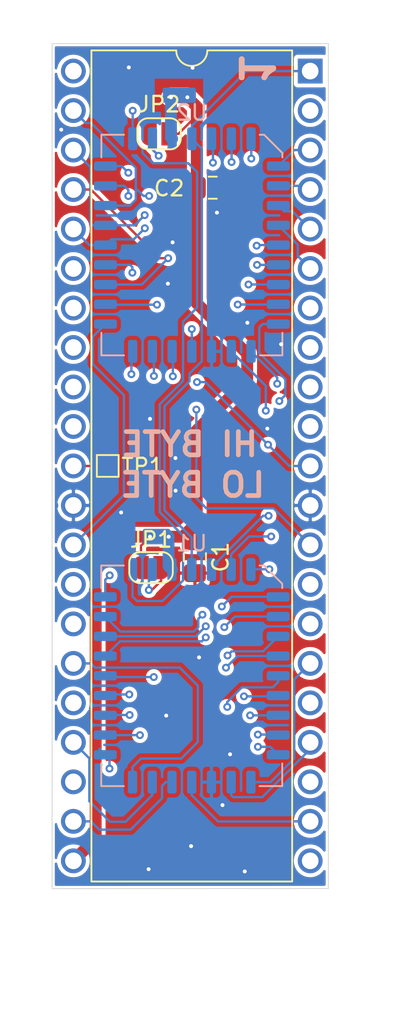
<source format=kicad_pcb>
(kicad_pcb (version 20171130) (host pcbnew "(5.1.4)-1")
  (layers (0 F.Cu signal hide) (1 In1.Cu signal hide) (2 In2.Cu signal hide) (31 B.Cu signal) (34 B.Paste user) (35 F.Paste user hide) (36 B.SilkS user) (37 F.SilkS user hide) (38 B.Mask user) (39 F.Mask user hide) (44 Edge.Cuts user))
  (net 0 "")
  (net 1 VCC)
  (net 2 A17)
  (net 3 A14)
  (net 4 A13)
  (net 5 A8)
  (net 6 A9)
  (net 7 A11)
  (net 8 OEn)
  (net 9 A10)
  (net 10 CEn)
  (net 11 D7)
  (net 12 D6)
  (net 13 D5)
  (net 14 D4)
  (net 15 D3)
  (net 16 GND)
  (net 17 D2)
  (net 18 D1)
  (net 19 D0)
  (net 20 A0)
  (net 21 A1)
  (net 22 A2)
  (net 23 A3)
  (net 24 A4)
  (net 25 A5)
  (net 26 A6)
  (net 27 A7)
  (net 28 A12)
  (net 29 A15)
  (net 30 A16)
  (net 31 A18)
  (net 32 D15)
  (net 33 D14)
  (net 34 D13)
  (net 35 D12)
  (net 36 D11)
  (net 37 D10)
  (net 38 D9)
  (net 39 D8)
  (net 40 "Net-(JP1-Pad2)")
  (net 41 "Net-(JP2-Pad2)")
  (net 42 "Net-(TP1-Pad1)")
  (module plcc_rom_adapter:DIP-42_W15.24mm_flipped (layer F.Cu) (at 124.27712 62.72784)
    (fp_text reference ZX1 hide)
    (fp_text value 27C800)
    (fp_line (start -6.43 -26.73) (end -0.97 -26.73) (layer F.SilkS) (width 0.12))
    (fp_line (start -6.43 26.73) (end -6.43 -26.73) (layer F.SilkS) (width 0.12))
    (fp_line (start 6.49 26.73) (end -6.43 26.73) (layer F.SilkS) (width 0.12))
    (fp_line (start 6.49 -26.73) (end 6.49 26.73) (layer F.SilkS) (width 0.12))
    (fp_line (start 1.03 -26.73) (end 6.49 -26.73) (layer F.SilkS) (width 0.12))
    (fp_arc (start 0.03 -26.73) (end 1.03 -26.73) (angle 180) (layer F.SilkS) (width 0.12))
    (pad 42 thru_hole oval (at -7.59 -25.4) (size 1.6 1.6) (drill 1.07) (layers *.Cu *.Mask))
    (pad 21 thru_hole oval (at 7.65 25.4) (size 1.6 1.6) (drill 1.07) (layers *.Cu *.Mask) (net 36 D11))
    (pad 41 thru_hole oval (at -7.59 -22.86) (size 1.6 1.6) (drill 1.07) (layers *.Cu *.Mask) (net 5 A8))
    (pad 20 thru_hole oval (at 7.65 22.86) (size 1.6 1.6) (drill 1.07) (layers *.Cu *.Mask) (net 15 D3))
    (pad 40 thru_hole oval (at -7.59 -20.32) (size 1.6 1.6) (drill 1.07) (layers *.Cu *.Mask) (net 6 A9))
    (pad 19 thru_hole oval (at 7.65 20.32) (size 1.6 1.6) (drill 1.07) (layers *.Cu *.Mask) (net 37 D10))
    (pad 39 thru_hole oval (at -7.59 -17.78) (size 1.6 1.6) (drill 1.07) (layers *.Cu *.Mask) (net 9 A10))
    (pad 18 thru_hole oval (at 7.65 17.78) (size 1.6 1.6) (drill 1.07) (layers *.Cu *.Mask) (net 17 D2))
    (pad 38 thru_hole oval (at -7.59 -15.24) (size 1.6 1.6) (drill 1.07) (layers *.Cu *.Mask) (net 7 A11))
    (pad 17 thru_hole oval (at 7.65 15.24) (size 1.6 1.6) (drill 1.07) (layers *.Cu *.Mask) (net 38 D9))
    (pad 37 thru_hole oval (at -7.59 -12.7) (size 1.6 1.6) (drill 1.07) (layers *.Cu *.Mask) (net 28 A12))
    (pad 16 thru_hole oval (at 7.65 12.7) (size 1.6 1.6) (drill 1.07) (layers *.Cu *.Mask) (net 18 D1))
    (pad 36 thru_hole oval (at -7.59 -10.16) (size 1.6 1.6) (drill 1.07) (layers *.Cu *.Mask) (net 4 A13))
    (pad 15 thru_hole oval (at 7.65 10.16) (size 1.6 1.6) (drill 1.07) (layers *.Cu *.Mask) (net 39 D8))
    (pad 35 thru_hole oval (at -7.59 -7.62) (size 1.6 1.6) (drill 1.07) (layers *.Cu *.Mask) (net 3 A14))
    (pad 14 thru_hole oval (at 7.65 7.62) (size 1.6 1.6) (drill 1.07) (layers *.Cu *.Mask) (net 19 D0))
    (pad 34 thru_hole oval (at -7.59 -5.08) (size 1.6 1.6) (drill 1.07) (layers *.Cu *.Mask) (net 29 A15))
    (pad 13 thru_hole oval (at 7.65 5.08) (size 1.6 1.6) (drill 1.07) (layers *.Cu *.Mask) (net 8 OEn))
    (pad 33 thru_hole oval (at -7.59 -2.54) (size 1.6 1.6) (drill 1.07) (layers *.Cu *.Mask) (net 30 A16))
    (pad 12 thru_hole oval (at 7.65 2.54) (size 1.6 1.6) (drill 1.07) (layers *.Cu *.Mask) (net 16 GND))
    (pad 32 thru_hole oval (at -7.59 0) (size 1.6 1.6) (drill 1.07) (layers *.Cu *.Mask) (net 42 "Net-(TP1-Pad1)"))
    (pad 11 thru_hole oval (at 7.65 0) (size 1.6 1.6) (drill 1.07) (layers *.Cu *.Mask) (net 10 CEn))
    (pad 31 thru_hole oval (at -7.59 2.54) (size 1.6 1.6) (drill 1.07) (layers *.Cu *.Mask) (net 16 GND))
    (pad 10 thru_hole oval (at 7.65 -2.54) (size 1.6 1.6) (drill 1.07) (layers *.Cu *.Mask) (net 20 A0))
    (pad 30 thru_hole oval (at -7.59 5.08) (size 1.6 1.6) (drill 1.07) (layers *.Cu *.Mask) (net 32 D15))
    (pad 9 thru_hole oval (at 7.65 -5.08) (size 1.6 1.6) (drill 1.07) (layers *.Cu *.Mask) (net 21 A1))
    (pad 29 thru_hole oval (at -7.59 7.62) (size 1.6 1.6) (drill 1.07) (layers *.Cu *.Mask) (net 11 D7))
    (pad 8 thru_hole oval (at 7.65 -7.62) (size 1.6 1.6) (drill 1.07) (layers *.Cu *.Mask) (net 22 A2))
    (pad 28 thru_hole oval (at -7.59 10.16) (size 1.6 1.6) (drill 1.07) (layers *.Cu *.Mask) (net 33 D14))
    (pad 7 thru_hole oval (at 7.65 -10.16) (size 1.6 1.6) (drill 1.07) (layers *.Cu *.Mask) (net 23 A3))
    (pad 27 thru_hole oval (at -7.59 12.7) (size 1.6 1.6) (drill 1.07) (layers *.Cu *.Mask) (net 12 D6))
    (pad 6 thru_hole oval (at 7.65 -12.7) (size 1.6 1.6) (drill 1.07) (layers *.Cu *.Mask) (net 24 A4))
    (pad 26 thru_hole oval (at -7.59 15.24) (size 1.6 1.6) (drill 1.07) (layers *.Cu *.Mask) (net 34 D13))
    (pad 5 thru_hole oval (at 7.65 -15.24) (size 1.6 1.6) (drill 1.07) (layers *.Cu *.Mask) (net 25 A5))
    (pad 25 thru_hole oval (at -7.59 17.78) (size 1.6 1.6) (drill 1.07) (layers *.Cu *.Mask) (net 13 D5))
    (pad 4 thru_hole oval (at 7.65 -17.78) (size 1.6 1.6) (drill 1.07) (layers *.Cu *.Mask) (net 26 A6))
    (pad 24 thru_hole oval (at -7.59 20.32) (size 1.6 1.6) (drill 1.07) (layers *.Cu *.Mask) (net 35 D12))
    (pad 3 thru_hole oval (at 7.65 -20.32) (size 1.6 1.6) (drill 1.07) (layers *.Cu *.Mask) (net 27 A7))
    (pad 23 thru_hole oval (at -7.59 22.86) (size 1.6 1.6) (drill 1.07) (layers *.Cu *.Mask) (net 14 D4))
    (pad 2 thru_hole oval (at 7.65 -22.86) (size 1.6 1.6) (drill 1.07) (layers *.Cu *.Mask) (net 2 A17))
    (pad 22 thru_hole oval (at -7.59 25.4) (size 1.6 1.6) (drill 1.07) (layers *.Cu *.Mask) (net 1 VCC))
    (pad 1 thru_hole rect (at 7.65 -25.4) (size 1.6 1.6) (drill 1.07) (layers *.Cu *.Mask) (net 31 A18))
  )
  (module Capacitor_SMD:C_0805_2012Metric_Pad1.15x1.40mm_HandSolder (layer F.Cu) (at 125.65634 44.82846)
    (fp_text reference C2 (at -2.8067 0.0381) (layer F.SilkS))
    (fp_text value 0.1u)
    (fp_line (start -0.261252 0.71) (end 0.261252 0.71) (layer F.SilkS) (width 0.12))
    (fp_line (start -0.261252 -0.71) (end 0.261252 -0.71) (layer F.SilkS) (width 0.12))
    (pad 2 smd roundrect (at 1.025 0) (size 1.15 1.4) (layers F.Cu F.Paste F.Mask) (roundrect_rratio 0.217391) (net 16 GND))
    (pad 1 smd roundrect (at -1.025 0) (size 1.15 1.4) (layers F.Cu F.Paste F.Mask) (roundrect_rratio 0.217391) (net 1 VCC))
  )
  (module Capacitor_SMD:C_0805_2012Metric_Pad1.15x1.40mm_HandSolder (layer F.Cu) (at 124.5108 68.59524 270)
    (fp_text reference C1 (at 0 -1.65 90) (layer F.SilkS))
    (fp_text value 0.1u)
    (fp_line (start -0.261252 0.71) (end 0.261252 0.71) (layer F.SilkS) (width 0.12))
    (fp_line (start -0.261252 -0.71) (end 0.261252 -0.71) (layer F.SilkS) (width 0.12))
    (pad 2 smd roundrect (at 1.025 0 270) (size 1.15 1.4) (layers F.Cu F.Paste F.Mask) (roundrect_rratio 0.217391) (net 16 GND))
    (pad 1 smd roundrect (at -1.025 0 270) (size 1.15 1.4) (layers F.Cu F.Paste F.Mask) (roundrect_rratio 0.217391) (net 1 VCC))
  )
  (module TestPoint:TestPoint_Pad_1.0x1.0mm (layer F.Cu) (at 118.8974 62.7253)
    (fp_text reference TP1 (at 2.25044 0.02032) (layer F.SilkS))
    (fp_text value TestPoint)
    (fp_line (start -0.7 0.7) (end -0.7 -0.7) (layer F.SilkS) (width 0.12))
    (fp_line (start 0.7 0.7) (end -0.7 0.7) (layer F.SilkS) (width 0.12))
    (fp_line (start 0.7 -0.7) (end 0.7 0.7) (layer F.SilkS) (width 0.12))
    (fp_line (start -0.7 -0.7) (end 0.7 -0.7) (layer F.SilkS) (width 0.12))
    (pad 1 smd rect (at 0 0) (size 1 1) (layers F.Cu F.Mask) (net 42 "Net-(TP1-Pad1)"))
  )
  (module Jumper:SolderJumper-2_P1.3mm_Open_RoundedPad1.0x1.5mm (layer F.Cu) (at 122.20194 41.36136 180)
    (fp_text reference JP2 (at 0 1.89484) (layer F.SilkS))
    (fp_text value SolderJumper_2_Open)
    (fp_line (start -0.7 -1) (end 0.7 -1) (layer F.SilkS) (width 0.12))
    (fp_line (start 1.4 -0.3) (end 1.4 0.3) (layer F.SilkS) (width 0.12))
    (fp_line (start 0.7 1) (end -0.7 1) (layer F.SilkS) (width 0.12))
    (fp_line (start -1.4 0.3) (end -1.4 -0.3) (layer F.SilkS) (width 0.12))
    (fp_arc (start -0.7 -0.3) (end -0.7 -1) (angle -90) (layer F.SilkS) (width 0.12))
    (fp_arc (start -0.7 0.3) (end -1.4 0.3) (angle -90) (layer F.SilkS) (width 0.12))
    (fp_arc (start 0.7 0.3) (end 0.7 1) (angle -90) (layer F.SilkS) (width 0.12))
    (fp_arc (start 0.7 -0.3) (end 1.4 -0.3) (angle -90) (layer F.SilkS) (width 0.12))
    (pad 2 smd custom (at 0.65 0 180) (size 1 0.5) (layers F.Cu F.Mask) (net 41 "Net-(JP2-Pad2)") (options (clearance outline) (anchor rect)) (primitives (gr_circle (center 0 0.25) (end 0.5 0.25) (width 0)) (gr_circle (center 0 -0.25) (end 0.5 -0.25) (width 0)) (gr_poly (pts (xy 0 -0.75) (xy -0.5 -0.75) (xy -0.5 0.75) (xy 0 0.75)) (width 0))))
    (pad 1 smd custom (at -0.65 0 180) (size 1 0.5) (layers F.Cu F.Mask) (net 1 VCC) (options (clearance outline) (anchor rect)) (primitives (gr_circle (center 0 0.25) (end 0.5 0.25) (width 0)) (gr_circle (center 0 -0.25) (end 0.5 -0.25) (width 0)) (gr_poly (pts (xy 0 -0.75) (xy 0.5 -0.75) (xy 0.5 0.75) (xy 0 0.75)) (width 0))))
  )
  (module Jumper:SolderJumper-2_P1.3mm_Open_RoundedPad1.0x1.5mm (layer F.Cu) (at 121.68632 69.2658)
    (fp_text reference JP1 (at 0 -1.8) (layer F.SilkS))
    (fp_text value SolderJumper_2_Open)
    (fp_line (start -0.7 -1) (end 0.7 -1) (layer F.SilkS) (width 0.12))
    (fp_line (start 1.4 -0.3) (end 1.4 0.3) (layer F.SilkS) (width 0.12))
    (fp_line (start 0.7 1) (end -0.7 1) (layer F.SilkS) (width 0.12))
    (fp_line (start -1.4 0.3) (end -1.4 -0.3) (layer F.SilkS) (width 0.12))
    (fp_arc (start -0.7 -0.3) (end -0.7 -1) (angle -90) (layer F.SilkS) (width 0.12))
    (fp_arc (start -0.7 0.3) (end -1.4 0.3) (angle -90) (layer F.SilkS) (width 0.12))
    (fp_arc (start 0.7 0.3) (end 0.7 1) (angle -90) (layer F.SilkS) (width 0.12))
    (fp_arc (start 0.7 -0.3) (end 1.4 -0.3) (angle -90) (layer F.SilkS) (width 0.12))
    (pad 2 smd custom (at 0.65 0) (size 1 0.5) (layers F.Cu F.Mask) (net 40 "Net-(JP1-Pad2)") (options (clearance outline) (anchor rect)) (primitives (gr_circle (center 0 0.25) (end 0.5 0.25) (width 0)) (gr_circle (center 0 -0.25) (end 0.5 -0.25) (width 0)) (gr_poly (pts (xy 0 -0.75) (xy -0.5 -0.75) (xy -0.5 0.75) (xy 0 0.75)) (width 0))))
    (pad 1 smd custom (at -0.65 0) (size 1 0.5) (layers F.Cu F.Mask) (net 1 VCC) (options (clearance outline) (anchor rect)) (primitives (gr_circle (center 0 0.25) (end 0.5 0.25) (width 0)) (gr_circle (center 0 -0.25) (end 0.5 -0.25) (width 0)) (gr_poly (pts (xy 0 -0.75) (xy 0.5 -0.75) (xy 0.5 0.75) (xy 0 0.75)) (width 0))))
  )
  (module Package_LCC:PLCC-32_11.4x14.0mm_P1.27mm (layer B.Cu) (at 124.31268 48.5189 180)
    (fp_text reference U2 (at 0 8.52) (layer B.SilkS) (effects (justify mirror)))
    (fp_text value SST39SF040)
    (fp_line (start -5.825 5.922782) (end -5.825 5.64) (layer B.SilkS) (width 0.12))
    (fp_line (start -4.652782 7.095) (end -5.825 5.922782) (layer B.SilkS) (width 0.12))
    (fp_line (start -4.37 7.095) (end -4.652782 7.095) (layer B.SilkS) (width 0.12))
    (fp_line (start 5.825 -7.095) (end 5.825 -5.64) (layer B.SilkS) (width 0.12))
    (fp_line (start 4.37 -7.095) (end 5.825 -7.095) (layer B.SilkS) (width 0.12))
    (fp_line (start -5.825 -7.095) (end -5.825 -5.64) (layer B.SilkS) (width 0.12))
    (fp_line (start -4.37 -7.095) (end -5.825 -7.095) (layer B.SilkS) (width 0.12))
    (fp_line (start 5.825 7.095) (end 5.825 5.64) (layer B.SilkS) (width 0.12))
    (fp_line (start 4.37 7.095) (end 5.825 7.095) (layer B.SilkS) (width 0.12))
    (pad 32 smd roundrect (at 1.27 6.8375 180) (size 0.6 1.475) (layers B.Cu B.Paste B.Mask) (net 1 VCC))
    (pad 31 smd roundrect (at 2.54 6.8375 180) (size 0.6 1.475) (layers B.Cu B.Paste B.Mask) (net 41 "Net-(JP2-Pad2)"))
    (pad 30 smd roundrect (at 3.81 6.8375 180) (size 0.6 1.475) (layers B.Cu B.Paste B.Mask) (net 2 A17))
    (pad 29 smd roundrect (at 5.5625 5.08 180) (size 1.475 0.6) (layers B.Cu B.Paste B.Mask) (net 3 A14))
    (pad 28 smd roundrect (at 5.5625 3.81 180) (size 1.475 0.6) (layers B.Cu B.Paste B.Mask) (net 4 A13))
    (pad 27 smd roundrect (at 5.5625 2.54 180) (size 1.475 0.6) (layers B.Cu B.Paste B.Mask) (net 5 A8))
    (pad 26 smd roundrect (at 5.5625 1.27 180) (size 1.475 0.6) (layers B.Cu B.Paste B.Mask) (net 6 A9))
    (pad 25 smd roundrect (at 5.5625 0 180) (size 1.475 0.6) (layers B.Cu B.Paste B.Mask) (net 7 A11))
    (pad 24 smd roundrect (at 5.5625 -1.27 180) (size 1.475 0.6) (layers B.Cu B.Paste B.Mask) (net 8 OEn))
    (pad 23 smd roundrect (at 5.5625 -2.54 180) (size 1.475 0.6) (layers B.Cu B.Paste B.Mask) (net 9 A10))
    (pad 22 smd roundrect (at 5.5625 -3.81 180) (size 1.475 0.6) (layers B.Cu B.Paste B.Mask) (net 10 CEn))
    (pad 21 smd roundrect (at 5.5625 -5.08 180) (size 1.475 0.6) (layers B.Cu B.Paste B.Mask) (net 32 D15))
    (pad 20 smd roundrect (at 3.81 -6.8375 180) (size 0.6 1.475) (layers B.Cu B.Paste B.Mask) (net 33 D14))
    (pad 19 smd roundrect (at 2.54 -6.8375 180) (size 0.6 1.475) (layers B.Cu B.Paste B.Mask) (net 34 D13))
    (pad 18 smd roundrect (at 1.27 -6.8375 180) (size 0.6 1.475) (layers B.Cu B.Paste B.Mask) (net 35 D12))
    (pad 17 smd roundrect (at 0 -6.8375 180) (size 0.6 1.475) (layers B.Cu B.Paste B.Mask) (net 36 D11))
    (pad 16 smd roundrect (at -1.27 -6.8375 180) (size 0.6 1.475) (layers B.Cu B.Paste B.Mask) (net 16 GND))
    (pad 15 smd roundrect (at -2.54 -6.8375 180) (size 0.6 1.475) (layers B.Cu B.Paste B.Mask) (net 37 D10))
    (pad 14 smd roundrect (at -3.81 -6.8375 180) (size 0.6 1.475) (layers B.Cu B.Paste B.Mask) (net 38 D9))
    (pad 13 smd roundrect (at -5.5625 -5.08 180) (size 1.475 0.6) (layers B.Cu B.Paste B.Mask) (net 39 D8))
    (pad 12 smd roundrect (at -5.5625 -3.81 180) (size 1.475 0.6) (layers B.Cu B.Paste B.Mask) (net 20 A0))
    (pad 11 smd roundrect (at -5.5625 -2.54 180) (size 1.475 0.6) (layers B.Cu B.Paste B.Mask) (net 21 A1))
    (pad 10 smd roundrect (at -5.5625 -1.27 180) (size 1.475 0.6) (layers B.Cu B.Paste B.Mask) (net 22 A2))
    (pad 9 smd roundrect (at -5.5625 0 180) (size 1.475 0.6) (layers B.Cu B.Paste B.Mask) (net 23 A3))
    (pad 8 smd roundrect (at -5.5625 1.27 180) (size 1.475 0.6) (layers B.Cu B.Paste B.Mask) (net 24 A4))
    (pad 7 smd roundrect (at -5.5625 2.54 180) (size 1.475 0.6) (layers B.Cu B.Paste B.Mask) (net 25 A5))
    (pad 6 smd roundrect (at -5.5625 3.81 180) (size 1.475 0.6) (layers B.Cu B.Paste B.Mask) (net 26 A6))
    (pad 5 smd roundrect (at -5.5625 5.08 180) (size 1.475 0.6) (layers B.Cu B.Paste B.Mask) (net 27 A7))
    (pad 4 smd roundrect (at -3.81 6.8375 180) (size 0.6 1.475) (layers B.Cu B.Paste B.Mask) (net 28 A12))
    (pad 3 smd roundrect (at -2.54 6.8375 180) (size 0.6 1.475) (layers B.Cu B.Paste B.Mask) (net 29 A15))
    (pad 2 smd roundrect (at -1.27 6.8375 180) (size 0.6 1.475) (layers B.Cu B.Paste B.Mask) (net 30 A16))
    (pad 1 smd roundrect (at 0 6.8375 180) (size 0.6 1.475) (layers B.Cu B.Paste B.Mask) (net 31 A18))
  )
  (module Package_LCC:PLCC-32_11.4x14.0mm_P1.27mm (layer B.Cu) (at 124.30252 76.2254 180)
    (fp_text reference U1 (at 0 8.52) (layer B.SilkS) (effects (justify mirror)))
    (fp_text value SST39SF040)
    (fp_line (start -5.825 5.922782) (end -5.825 5.64) (layer B.SilkS) (width 0.12))
    (fp_line (start -4.652782 7.095) (end -5.825 5.922782) (layer B.SilkS) (width 0.12))
    (fp_line (start -4.37 7.095) (end -4.652782 7.095) (layer B.SilkS) (width 0.12))
    (fp_line (start 5.825 -7.095) (end 5.825 -5.64) (layer B.SilkS) (width 0.12))
    (fp_line (start 4.37 -7.095) (end 5.825 -7.095) (layer B.SilkS) (width 0.12))
    (fp_line (start -5.825 -7.095) (end -5.825 -5.64) (layer B.SilkS) (width 0.12))
    (fp_line (start -4.37 -7.095) (end -5.825 -7.095) (layer B.SilkS) (width 0.12))
    (fp_line (start 5.825 7.095) (end 5.825 5.64) (layer B.SilkS) (width 0.12))
    (fp_line (start 4.37 7.095) (end 5.825 7.095) (layer B.SilkS) (width 0.12))
    (pad 32 smd roundrect (at 1.27 6.8375 180) (size 0.6 1.475) (layers B.Cu B.Paste B.Mask) (net 1 VCC))
    (pad 31 smd roundrect (at 2.54 6.8375 180) (size 0.6 1.475) (layers B.Cu B.Paste B.Mask) (net 40 "Net-(JP1-Pad2)"))
    (pad 30 smd roundrect (at 3.81 6.8375 180) (size 0.6 1.475) (layers B.Cu B.Paste B.Mask) (net 2 A17))
    (pad 29 smd roundrect (at 5.5625 5.08 180) (size 1.475 0.6) (layers B.Cu B.Paste B.Mask) (net 3 A14))
    (pad 28 smd roundrect (at 5.5625 3.81 180) (size 1.475 0.6) (layers B.Cu B.Paste B.Mask) (net 4 A13))
    (pad 27 smd roundrect (at 5.5625 2.54 180) (size 1.475 0.6) (layers B.Cu B.Paste B.Mask) (net 5 A8))
    (pad 26 smd roundrect (at 5.5625 1.27 180) (size 1.475 0.6) (layers B.Cu B.Paste B.Mask) (net 6 A9))
    (pad 25 smd roundrect (at 5.5625 0 180) (size 1.475 0.6) (layers B.Cu B.Paste B.Mask) (net 7 A11))
    (pad 24 smd roundrect (at 5.5625 -1.27 180) (size 1.475 0.6) (layers B.Cu B.Paste B.Mask) (net 8 OEn))
    (pad 23 smd roundrect (at 5.5625 -2.54 180) (size 1.475 0.6) (layers B.Cu B.Paste B.Mask) (net 9 A10))
    (pad 22 smd roundrect (at 5.5625 -3.81 180) (size 1.475 0.6) (layers B.Cu B.Paste B.Mask) (net 10 CEn))
    (pad 21 smd roundrect (at 5.5625 -5.08 180) (size 1.475 0.6) (layers B.Cu B.Paste B.Mask) (net 11 D7))
    (pad 20 smd roundrect (at 3.81 -6.8375 180) (size 0.6 1.475) (layers B.Cu B.Paste B.Mask) (net 12 D6))
    (pad 19 smd roundrect (at 2.54 -6.8375 180) (size 0.6 1.475) (layers B.Cu B.Paste B.Mask) (net 13 D5))
    (pad 18 smd roundrect (at 1.27 -6.8375 180) (size 0.6 1.475) (layers B.Cu B.Paste B.Mask) (net 14 D4))
    (pad 17 smd roundrect (at 0 -6.8375 180) (size 0.6 1.475) (layers B.Cu B.Paste B.Mask) (net 15 D3))
    (pad 16 smd roundrect (at -1.27 -6.8375 180) (size 0.6 1.475) (layers B.Cu B.Paste B.Mask) (net 16 GND))
    (pad 15 smd roundrect (at -2.54 -6.8375 180) (size 0.6 1.475) (layers B.Cu B.Paste B.Mask) (net 17 D2))
    (pad 14 smd roundrect (at -3.81 -6.8375 180) (size 0.6 1.475) (layers B.Cu B.Paste B.Mask) (net 18 D1))
    (pad 13 smd roundrect (at -5.5625 -5.08 180) (size 1.475 0.6) (layers B.Cu B.Paste B.Mask) (net 19 D0))
    (pad 12 smd roundrect (at -5.5625 -3.81 180) (size 1.475 0.6) (layers B.Cu B.Paste B.Mask) (net 20 A0))
    (pad 11 smd roundrect (at -5.5625 -2.54 180) (size 1.475 0.6) (layers B.Cu B.Paste B.Mask) (net 21 A1))
    (pad 10 smd roundrect (at -5.5625 -1.27 180) (size 1.475 0.6) (layers B.Cu B.Paste B.Mask) (net 22 A2))
    (pad 9 smd roundrect (at -5.5625 0 180) (size 1.475 0.6) (layers B.Cu B.Paste B.Mask) (net 23 A3))
    (pad 8 smd roundrect (at -5.5625 1.27 180) (size 1.475 0.6) (layers B.Cu B.Paste B.Mask) (net 24 A4))
    (pad 7 smd roundrect (at -5.5625 2.54 180) (size 1.475 0.6) (layers B.Cu B.Paste B.Mask) (net 25 A5))
    (pad 6 smd roundrect (at -5.5625 3.81 180) (size 1.475 0.6) (layers B.Cu B.Paste B.Mask) (net 26 A6))
    (pad 5 smd roundrect (at -5.5625 5.08 180) (size 1.475 0.6) (layers B.Cu B.Paste B.Mask) (net 27 A7))
    (pad 4 smd roundrect (at -3.81 6.8375 180) (size 0.6 1.475) (layers B.Cu B.Paste B.Mask) (net 28 A12))
    (pad 3 smd roundrect (at -2.54 6.8375 180) (size 0.6 1.475) (layers B.Cu B.Paste B.Mask) (net 29 A15))
    (pad 2 smd roundrect (at -1.27 6.8375 180) (size 0.6 1.475) (layers B.Cu B.Paste B.Mask) (net 30 A16))
    (pad 1 smd roundrect (at 0 6.8375 180) (size 0.6 1.475) (layers B.Cu B.Paste B.Mask) (net 31 A18))
  )
  (gr_text 1 (at 128.44018 37.1475 270) (layer B.SilkS) (effects (font (size 2.032 2.032) (thickness 0.381)) (justify mirror)))
  (gr_text "LO BYTE" (at 124.36856 63.95212) (layer B.SilkS) (effects (font (size 1.5 1.5) (thickness 0.3)) (justify mirror)))
  (gr_text "HI BYTE" (at 124.16028 61.33846) (layer B.SilkS) (effects (font (size 1.5 1.5) (thickness 0.3)) (justify mirror)))
  (gr_line (start 115.316 89.916) (end 115.316 35.56) (layer Edge.Cuts) (width 0.05))
  (gr_line (start 133.096 89.91092) (end 115.316 89.916) (layer Edge.Cuts) (width 0.05))
  (gr_line (start 133.096 35.56) (end 133.096 89.91092) (layer Edge.Cuts) (width 0.05))
  (gr_line (start 115.316 35.56) (end 133.096 35.56) (layer Edge.Cuts) (width 0.05))
  (segment (start 118.122121 86.692839) (end 118.122121 68.898079) (width 0.762) (layer F.Cu) (net 1))
  (segment (start 116.68712 88.12784) (end 118.122121 86.692839) (width 0.762) (layer F.Cu) (net 1))
  (via (at 122.81408 67.27952) (size 0.508) (drill 0.254) (layers F.Cu B.Cu) (net 1))
  (segment (start 118.122121 68.898079) (end 119.74068 67.27952) (width 0.762) (layer F.Cu) (net 1))
  (segment (start 122.81408 69.16946) (end 123.03252 69.3879) (width 0.762) (layer B.Cu) (net 1))
  (segment (start 122.81408 67.27952) (end 122.81408 69.16946) (width 0.762) (layer B.Cu) (net 1))
  (via (at 121.6152 67.27952) (size 0.508) (drill 0.254) (layers F.Cu B.Cu) (net 1))
  (segment (start 119.74068 67.27952) (end 121.6152 67.27952) (width 0.762) (layer F.Cu) (net 1))
  (via (at 122.96648 39.0144) (size 0.508) (drill 0.254) (layers F.Cu B.Cu) (net 1))
  (segment (start 122.96648 41.6052) (end 123.04268 41.6814) (width 0.762) (layer B.Cu) (net 1))
  (segment (start 122.96648 39.0144) (end 122.96648 41.6052) (width 0.762) (layer B.Cu) (net 1))
  (segment (start 122.81408 67.27952) (end 123.73356 67.27952) (width 0.762) (layer F.Cu) (net 1))
  (segment (start 123.73356 67.27952) (end 124.62764 66.38544) (width 0.762) (layer F.Cu) (net 1))
  (segment (start 124.62764 66.38544) (end 124.62764 60.43168) (width 0.762) (layer F.Cu) (net 1))
  (segment (start 124.62764 60.43168) (end 127.87376 57.18556) (width 0.762) (layer F.Cu) (net 1))
  (segment (start 127.87376 57.18556) (end 127.87376 55.50916) (width 0.762) (layer F.Cu) (net 1))
  (segment (start 127.87376 55.50916) (end 124.62764 52.26304) (width 0.762) (layer F.Cu) (net 1))
  (segment (start 121.03632 67.8584) (end 121.6152 67.27952) (width 0.1524) (layer F.Cu) (net 1))
  (segment (start 121.03632 69.2658) (end 121.03632 67.8584) (width 0.1524) (layer F.Cu) (net 1))
  (segment (start 124.62764 41.39692) (end 124.62764 40.67556) (width 0.762) (layer F.Cu) (net 1))
  (segment (start 124.62764 52.26304) (end 124.62764 41.39692) (width 0.762) (layer F.Cu) (net 1))
  (via (at 124.02312 39.0144) (size 0.508) (drill 0.254) (layers F.Cu B.Cu) (net 1))
  (segment (start 124.62764 39.61892) (end 124.02312 39.0144) (width 0.762) (layer F.Cu) (net 1))
  (segment (start 124.02312 39.0144) (end 122.96648 39.0144) (width 0.762) (layer F.Cu) (net 1))
  (segment (start 124.62764 40.18566) (end 124.62764 39.83736) (width 0.1524) (layer F.Cu) (net 1))
  (segment (start 123.45194 41.36136) (end 124.62764 40.18566) (width 0.1524) (layer F.Cu) (net 1))
  (segment (start 122.85194 41.36136) (end 123.45194 41.36136) (width 0.1524) (layer F.Cu) (net 1))
  (segment (start 124.62764 41.39692) (end 124.62764 39.83736) (width 0.762) (layer F.Cu) (net 1))
  (segment (start 124.62764 39.83736) (end 124.62764 39.61892) (width 0.762) (layer F.Cu) (net 1))
  (segment (start 121.6152 67.27952) (end 122.81408 67.27952) (width 0.762) (layer F.Cu) (net 1))
  (segment (start 124.5108 66.50228) (end 124.62764 66.38544) (width 0.762) (layer F.Cu) (net 1))
  (segment (start 124.5108 67.57024) (end 124.5108 66.50228) (width 0.762) (layer F.Cu) (net 1))
  (via (at 120.50268 39.878) (size 0.508) (drill 0.254) (layers F.Cu B.Cu) (net 2))
  (segment (start 120.50268 39.878) (end 120.50268 41.6814) (width 0.1524) (layer B.Cu) (net 2))
  (segment (start 120.49252 69.3879) (end 120.49252 71.13016) (width 0.1524) (layer B.Cu) (net 2))
  (segment (start 123.381432 70.45561) (end 123.74373 70.093312) (width 0.1524) (layer B.Cu) (net 2))
  (segment (start 123.381432 70.45561) (end 123.381432 70.456128) (width 0.1524) (layer B.Cu) (net 2))
  (segment (start 123.381432 70.456128) (end 122.42292 71.41464) (width 0.1524) (layer B.Cu) (net 2))
  (segment (start 122.42292 71.41464) (end 120.777 71.41464) (width 0.1524) (layer B.Cu) (net 2))
  (segment (start 120.777 71.41464) (end 120.49252 71.13016) (width 0.1524) (layer B.Cu) (net 2))
  (segment (start 123.74373 53.44669) (end 124.64766 52.54276) (width 0.1524) (layer B.Cu) (net 2))
  (segment (start 124.64766 52.54276) (end 124.64766 44.47794) (width 0.1524) (layer B.Cu) (net 2))
  (segment (start 124.64766 44.47794) (end 124.64766 44.41414) (width 0.1524) (layer B.Cu) (net 2))
  (segment (start 121.1326 42.31132) (end 120.50268 41.6814) (width 0.1524) (layer B.Cu) (net 2))
  (segment (start 121.1326 42.5958) (end 121.1326 42.31132) (width 0.1524) (layer B.Cu) (net 2))
  (segment (start 121.791218 43.254418) (end 121.1326 42.5958) (width 0.1524) (layer B.Cu) (net 2))
  (segment (start 124.079758 43.254418) (end 121.791218 43.254418) (width 0.1524) (layer B.Cu) (net 2))
  (segment (start 124.64766 44.47794) (end 124.64766 43.82232) (width 0.1524) (layer B.Cu) (net 2))
  (segment (start 124.64766 43.82232) (end 124.079758 43.254418) (width 0.1524) (layer B.Cu) (net 2))
  (segment (start 123.74373 70.093312) (end 123.74373 67.203368) (width 0.1524) (layer B.Cu) (net 2))
  (segment (start 122.24512 65.704758) (end 123.74373 67.203368) (width 0.1524) (layer B.Cu) (net 2))
  (segment (start 122.24512 58.76038) (end 123.74373 57.26177) (width 0.1524) (layer B.Cu) (net 2))
  (segment (start 122.24512 65.704758) (end 122.24512 58.76038) (width 0.1524) (layer B.Cu) (net 2))
  (segment (start 123.74373 57.26177) (end 123.74373 53.44669) (width 0.1524) (layer B.Cu) (net 2))
  (via (at 120.22328 43.8658) (size 0.508) (drill 0.254) (layers F.Cu B.Cu) (net 3))
  (segment (start 119.79638 43.4389) (end 118.75018 43.4389) (width 0.1524) (layer B.Cu) (net 3))
  (segment (start 120.22328 43.8658) (end 119.79638 43.4389) (width 0.1524) (layer B.Cu) (net 3))
  (via (at 119.0244 69.76364) (size 0.508) (drill 0.254) (layers F.Cu B.Cu) (net 3))
  (segment (start 118.74002 70.04802) (end 119.0244 69.76364) (width 0.1524) (layer B.Cu) (net 3))
  (segment (start 118.74002 71.1454) (end 118.74002 70.04802) (width 0.1524) (layer B.Cu) (net 3))
  (via (at 120.22328 45.3644) (size 0.508) (drill 0.254) (layers F.Cu B.Cu) (net 4))
  (segment (start 120.22328 45.3644) (end 120.22328 44.97324) (width 0.1524) (layer B.Cu) (net 4))
  (segment (start 119.95894 44.7089) (end 118.75018 44.7089) (width 0.1524) (layer B.Cu) (net 4))
  (segment (start 120.22328 44.97324) (end 119.95894 44.7089) (width 0.1524) (layer B.Cu) (net 4))
  (via (at 124.9934 72.29348) (size 0.508) (drill 0.254) (layers F.Cu B.Cu) (net 4))
  (segment (start 118.86194 72.29348) (end 118.74002 72.4154) (width 0.1524) (layer B.Cu) (net 4))
  (segment (start 124.724158 72.562722) (end 124.9934 72.29348) (width 0.1524) (layer B.Cu) (net 4))
  (segment (start 124.432804 73.38059) (end 124.724158 73.089236) (width 0.1524) (layer B.Cu) (net 4))
  (segment (start 124.724158 73.089236) (end 124.724158 72.562722) (width 0.1524) (layer B.Cu) (net 4))
  (segment (start 118.74002 72.4154) (end 119.48141 73.15679) (width 0.1524) (layer B.Cu) (net 4))
  (segment (start 119.48141 73.15679) (end 119.484346 73.15679) (width 0.1524) (layer B.Cu) (net 4))
  (segment (start 119.484346 73.15679) (end 119.70613 73.378574) (width 0.1524) (layer B.Cu) (net 4))
  (segment (start 119.720874 73.378574) (end 119.72289 73.38059) (width 0.1524) (layer B.Cu) (net 4))
  (segment (start 119.70613 73.378574) (end 119.720874 73.378574) (width 0.1524) (layer B.Cu) (net 4))
  (segment (start 119.72289 73.38059) (end 124.432804 73.38059) (width 0.1524) (layer B.Cu) (net 4))
  (via (at 121.55932 45.35932) (size 0.508) (drill 0.254) (layers F.Cu B.Cu) (net 5))
  (segment (start 118.75018 73.67524) (end 118.74002 73.6854) (width 0.1524) (layer B.Cu) (net 5))
  (via (at 125.206759 73.0377) (size 0.508) (drill 0.254) (layers F.Cu B.Cu) (net 5))
  (segment (start 124.55906 73.6854) (end 118.74002 73.6854) (width 0.1524) (layer B.Cu) (net 5))
  (segment (start 125.206759 73.0377) (end 124.55906 73.6854) (width 0.1524) (layer B.Cu) (net 5))
  (segment (start 117.487119 40.667839) (end 116.68712 39.86784) (width 0.1524) (layer B.Cu) (net 5))
  (segment (start 117.827959 40.667839) (end 117.487119 40.667839) (width 0.1524) (layer B.Cu) (net 5))
  (segment (start 120.705881 43.545761) (end 117.827959 40.667839) (width 0.1524) (layer B.Cu) (net 5))
  (segment (start 120.32303 45.9789) (end 118.75018 45.9789) (width 0.1524) (layer B.Cu) (net 5))
  (segment (start 120.705881 45.596049) (end 120.32303 45.9789) (width 0.1524) (layer B.Cu) (net 5))
  (segment (start 120.705881 44.701459) (end 120.705881 45.596049) (width 0.1524) (layer B.Cu) (net 5))
  (segment (start 121.20011 45.35932) (end 120.705881 44.865091) (width 0.1524) (layer B.Cu) (net 5))
  (segment (start 121.55932 45.35932) (end 121.20011 45.35932) (width 0.1524) (layer B.Cu) (net 5))
  (segment (start 120.705881 44.865091) (end 120.705881 44.701459) (width 0.1524) (layer B.Cu) (net 5))
  (segment (start 120.705881 44.701459) (end 120.705881 43.545761) (width 0.1524) (layer B.Cu) (net 5))
  (segment (start 117.91268 47.2489) (end 118.75018 47.2489) (width 0.1524) (layer B.Cu) (net 6))
  (segment (start 117.78407 47.12029) (end 117.91268 47.2489) (width 0.1524) (layer B.Cu) (net 6))
  (segment (start 117.78407 43.50479) (end 117.78407 47.12029) (width 0.1524) (layer B.Cu) (net 6))
  (segment (start 116.68712 42.40784) (end 117.78407 43.50479) (width 0.1524) (layer B.Cu) (net 6))
  (via (at 121.27484 46.59376) (size 0.508) (drill 0.254) (layers F.Cu B.Cu) (net 6))
  (segment (start 118.75018 47.2489) (end 120.6197 47.2489) (width 0.1524) (layer B.Cu) (net 6))
  (segment (start 120.6197 47.2489) (end 121.27484 46.59376) (width 0.1524) (layer B.Cu) (net 6))
  (segment (start 118.75018 74.96556) (end 118.74002 74.9554) (width 0.1524) (layer B.Cu) (net 6))
  (via (at 125.206759 73.75652) (size 0.508) (drill 0.254) (layers F.Cu B.Cu) (net 6))
  (segment (start 119.11073 74.58469) (end 118.74002 74.9554) (width 0.1524) (layer B.Cu) (net 6))
  (segment (start 119.113666 74.58469) (end 119.11073 74.58469) (width 0.1524) (layer B.Cu) (net 6))
  (segment (start 119.687837 74.010519) (end 119.113666 74.58469) (width 0.1524) (layer B.Cu) (net 6))
  (segment (start 124.95276 74.010519) (end 119.687837 74.010519) (width 0.1524) (layer B.Cu) (net 6))
  (segment (start 125.206759 73.75652) (end 124.95276 74.010519) (width 0.1524) (layer B.Cu) (net 6))
  (segment (start 117.71818 48.5189) (end 118.75018 48.5189) (width 0.1524) (layer B.Cu) (net 7))
  (segment (start 116.68712 47.48784) (end 117.71818 48.5189) (width 0.1524) (layer B.Cu) (net 7))
  (segment (start 119.12089 48.14819) (end 120.57385 48.14819) (width 0.1524) (layer B.Cu) (net 7))
  (segment (start 118.75018 48.5189) (end 119.12089 48.14819) (width 0.1524) (layer B.Cu) (net 7))
  (via (at 121.285 47.43704) (size 0.508) (drill 0.254) (layers F.Cu B.Cu) (net 7))
  (segment (start 120.57385 48.14819) (end 121.285 47.43704) (width 0.1524) (layer B.Cu) (net 7))
  (via (at 121.86158 76.30668) (size 0.508) (drill 0.254) (layers F.Cu B.Cu) (net 7))
  (segment (start 118.8213 76.30668) (end 118.74002 76.2254) (width 0.1524) (layer B.Cu) (net 7))
  (segment (start 121.86158 76.30668) (end 118.8213 76.30668) (width 0.1524) (layer B.Cu) (net 7))
  (via (at 124.60224 59.10072) (size 0.508) (drill 0.254) (layers F.Cu B.Cu) (net 8))
  (via (at 120.48236 50.29708) (size 0.508) (drill 0.254) (layers F.Cu B.Cu) (net 8))
  (segment (start 120.33339 49.7889) (end 118.75018 49.7889) (width 0.1524) (layer B.Cu) (net 8))
  (segment (start 120.48236 49.93787) (end 120.33339 49.7889) (width 0.1524) (layer B.Cu) (net 8))
  (segment (start 120.48236 50.29708) (end 120.48236 49.93787) (width 0.1524) (layer B.Cu) (net 8))
  (via (at 120.28424 77.42428) (size 0.508) (drill 0.254) (layers F.Cu B.Cu) (net 8))
  (segment (start 118.81114 77.42428) (end 118.74002 77.4954) (width 0.1524) (layer B.Cu) (net 8))
  (segment (start 120.28424 77.42428) (end 118.81114 77.42428) (width 0.1524) (layer B.Cu) (net 8))
  (segment (start 129.569999 65.450719) (end 125.242319 65.450719) (width 0.1524) (layer B.Cu) (net 8))
  (segment (start 131.92712 67.80784) (end 129.569999 65.450719) (width 0.1524) (layer B.Cu) (net 8))
  (segment (start 125.242319 65.450719) (end 124.94768 65.15608) (width 0.1524) (layer B.Cu) (net 8))
  (segment (start 124.94768 65.15608) (end 124.94768 65.14084) (width 0.1524) (layer B.Cu) (net 8))
  (segment (start 124.60224 64.7954) (end 124.60224 59.10072) (width 0.1524) (layer B.Cu) (net 8))
  (segment (start 124.94768 65.14084) (end 124.60224 64.7954) (width 0.1524) (layer B.Cu) (net 8))
  (segment (start 117.81849 44.94784) (end 121.26781 48.39716) (width 0.1524) (layer F.Cu) (net 9))
  (segment (start 121.09214 51.0589) (end 118.75018 51.0589) (width 0.1524) (layer B.Cu) (net 9))
  (via (at 120.30724 78.74522) (size 0.508) (drill 0.254) (layers F.Cu B.Cu) (net 9))
  (segment (start 118.7602 78.74522) (end 118.74002 78.7654) (width 0.1524) (layer B.Cu) (net 9))
  (segment (start 120.30724 78.74522) (end 118.7602 78.74522) (width 0.1524) (layer B.Cu) (net 9))
  (via (at 122.78614 49.3649) (size 0.508) (drill 0.254) (layers F.Cu B.Cu) (net 9))
  (segment (start 121.09214 51.0589) (end 122.78614 49.3649) (width 0.1524) (layer B.Cu) (net 9))
  (segment (start 122.23555 49.3649) (end 122.78614 49.3649) (width 0.1524) (layer F.Cu) (net 9))
  (segment (start 117.81849 44.94784) (end 122.23555 49.3649) (width 0.1524) (layer F.Cu) (net 9))
  (segment (start 116.68712 44.94784) (end 117.81849 44.94784) (width 0.1524) (layer F.Cu) (net 9))
  (via (at 129.21488 61.36132) (size 0.508) (drill 0.254) (layers F.Cu B.Cu) (net 10))
  (segment (start 131.92712 62.72784) (end 130.5814 62.72784) (width 0.1524) (layer B.Cu) (net 10))
  (segment (start 130.5814 62.72784) (end 129.21488 61.36132) (width 0.1524) (layer B.Cu) (net 10))
  (via (at 120.97004 80.04048) (size 0.508) (drill 0.254) (layers F.Cu B.Cu) (net 10))
  (segment (start 118.7451 80.04048) (end 118.74002 80.0354) (width 0.1524) (layer B.Cu) (net 10))
  (segment (start 120.97004 80.04048) (end 118.7451 80.04048) (width 0.1524) (layer B.Cu) (net 10))
  (via (at 122.06732 52.35448) (size 0.508) (drill 0.254) (layers F.Cu B.Cu) (net 10))
  (via (at 124.64288 57.33288) (size 0.508) (drill 0.254) (layers F.Cu B.Cu) (net 10))
  (segment (start 122.06732 52.35448) (end 118.77576 52.35448) (width 0.1524) (layer B.Cu) (net 10))
  (segment (start 118.77576 52.35448) (end 118.75018 52.3289) (width 0.1524) (layer B.Cu) (net 10))
  (segment (start 124.6632 57.33288) (end 124.64288 57.33288) (width 0.1524) (layer B.Cu) (net 10))
  (segment (start 129.21488 61.36132) (end 125.18644 57.33288) (width 0.1524) (layer B.Cu) (net 10))
  (segment (start 125.18644 57.33288) (end 124.64288 57.33288) (width 0.1524) (layer B.Cu) (net 10))
  (segment (start 118.36931 80.93469) (end 118.74002 81.3054) (width 0.1524) (layer B.Cu) (net 11))
  (segment (start 118.366374 80.93469) (end 118.36931 80.93469) (width 0.1524) (layer B.Cu) (net 11))
  (via (at 119.011121 82.1944) (size 0.508) (drill 0.254) (layers F.Cu B.Cu) (net 11))
  (segment (start 119.011121 81.576501) (end 118.74002 81.3054) (width 0.1524) (layer B.Cu) (net 11))
  (segment (start 119.011121 82.1944) (end 119.011121 81.576501) (width 0.1524) (layer B.Cu) (net 11))
  (segment (start 118.08744 75.69679) (end 123.53515 75.69679) (width 0.1524) (layer B.Cu) (net 12))
  (segment (start 116.68712 75.42784) (end 117.81849 75.42784) (width 0.1524) (layer B.Cu) (net 12))
  (segment (start 117.81849 75.42784) (end 118.08744 75.69679) (width 0.1524) (layer B.Cu) (net 12))
  (segment (start 123.53515 75.69679) (end 124.69622 76.85786) (width 0.1524) (layer B.Cu) (net 12))
  (segment (start 124.69622 76.85786) (end 124.69622 80.4799) (width 0.1524) (layer B.Cu) (net 12))
  (segment (start 124.69622 80.4799) (end 123.62942 81.5467) (width 0.1524) (layer B.Cu) (net 12))
  (segment (start 123.62942 81.5467) (end 121.03608 81.5467) (width 0.1524) (layer B.Cu) (net 12))
  (segment (start 120.49252 82.09026) (end 120.49252 83.0629) (width 0.1524) (layer B.Cu) (net 12))
  (segment (start 121.03608 81.5467) (end 120.49252 82.09026) (width 0.1524) (layer B.Cu) (net 12))
  (segment (start 117.715721 81.536441) (end 117.715721 84.289321) (width 0.1524) (layer B.Cu) (net 13))
  (segment (start 116.68712 80.50784) (end 117.715721 81.536441) (width 0.1524) (layer B.Cu) (net 13))
  (segment (start 117.715721 84.289321) (end 119.03964 85.61324) (width 0.1524) (layer B.Cu) (net 13))
  (segment (start 121.76252 83.9004) (end 121.76252 83.0629) (width 0.1524) (layer B.Cu) (net 13))
  (segment (start 120.04968 85.61324) (end 121.76252 83.9004) (width 0.1524) (layer B.Cu) (net 13))
  (segment (start 119.03964 85.61324) (end 120.04968 85.61324) (width 0.1524) (layer B.Cu) (net 13))
  (segment (start 117.81849 85.58784) (end 118.35189 86.12124) (width 0.1524) (layer B.Cu) (net 14))
  (segment (start 116.68712 85.58784) (end 117.81849 85.58784) (width 0.1524) (layer B.Cu) (net 14))
  (segment (start 118.35189 86.12124) (end 120.3706 86.12124) (width 0.1524) (layer B.Cu) (net 14))
  (segment (start 122.39371 83.30171) (end 122.39371 84.09813) (width 0.1524) (layer B.Cu) (net 14))
  (segment (start 122.63252 83.0629) (end 122.39371 83.30171) (width 0.1524) (layer B.Cu) (net 14))
  (segment (start 123.03252 83.0629) (end 122.63252 83.0629) (width 0.1524) (layer B.Cu) (net 14))
  (segment (start 120.3706 86.12124) (end 122.39371 84.09813) (width 0.1524) (layer B.Cu) (net 14))
  (segment (start 130.79575 85.58784) (end 130.78559 85.598) (width 0.1524) (layer B.Cu) (net 15))
  (segment (start 131.92712 85.58784) (end 130.79575 85.58784) (width 0.1524) (layer B.Cu) (net 15))
  (segment (start 124.30252 83.9004) (end 124.30252 83.0629) (width 0.1524) (layer B.Cu) (net 15))
  (segment (start 126.00012 85.598) (end 124.30252 83.9004) (width 0.1524) (layer B.Cu) (net 15))
  (segment (start 130.78559 85.598) (end 126.00012 85.598) (width 0.1524) (layer B.Cu) (net 15))
  (via (at 126.7714 81.27492) (size 0.508) (drill 0.254) (layers F.Cu B.Cu) (net 16))
  (via (at 122.66168 78.78572) (size 0.508) (drill 0.254) (layers F.Cu B.Cu) (net 16))
  (via (at 121.52884 88.66632) (size 0.508) (drill 0.254) (layers F.Cu B.Cu) (net 16))
  (via (at 127.71628 88.80856) (size 0.508) (drill 0.254) (layers F.Cu B.Cu) (net 16))
  (via (at 124.3584 37.11448) (size 0.508) (drill 0.254) (layers F.Cu B.Cu) (net 16))
  (via (at 120.25376 37.09416) (size 0.508) (drill 0.254) (layers F.Cu B.Cu) (net 16))
  (via (at 124.26188 87.18296) (size 0.508) (drill 0.254) (layers F.Cu B.Cu) (net 16))
  (via (at 119.761 65.71996) (size 0.508) (drill 0.254) (layers F.Cu B.Cu) (net 16))
  (via (at 115.90528 41.0972) (size 0.508) (drill 0.254) (layers F.Cu B.Cu) (net 16))
  (via (at 125.92558 46.43374) (size 0.508) (drill 0.254) (layers F.Cu B.Cu) (net 16))
  (via (at 129.16662 60.325) (size 0.508) (drill 0.254) (layers F.Cu B.Cu) (net 16))
  (via (at 124.77496 75.04176) (size 0.508) (drill 0.254) (layers F.Cu B.Cu) (net 16))
  (via (at 123.07316 48.34382) (size 0.508) (drill 0.254) (layers F.Cu B.Cu) (net 16))
  (via (at 122.76836 51.00066) (size 0.508) (drill 0.254) (layers F.Cu B.Cu) (net 16))
  (via (at 127.88392 53.51526) (size 0.508) (drill 0.254) (layers F.Cu B.Cu) (net 16))
  (via (at 126.28372 84.5439) (size 0.508) (drill 0.254) (layers F.Cu B.Cu) (net 16))
  (via (at 130.05816 54.89702) (size 0.508) (drill 0.254) (layers F.Cu B.Cu) (net 16))
  (via (at 123.25604 62.21984) (size 0.508) (drill 0.254) (layers F.Cu B.Cu) (net 16))
  (via (at 123.26366 64.31534) (size 0.508) (drill 0.254) (layers F.Cu B.Cu) (net 16))
  (via (at 121.61774 59.69762) (size 0.508) (drill 0.254) (layers F.Cu B.Cu) (net 16))
  (segment (start 126.84252 83.9004) (end 126.84252 83.0629) (width 0.1524) (layer B.Cu) (net 17))
  (segment (start 126.97113 84.02901) (end 126.84252 83.9004) (width 0.1524) (layer B.Cu) (net 17))
  (segment (start 128.845412 84.02901) (end 126.97113 84.02901) (width 0.1524) (layer B.Cu) (net 17))
  (segment (start 131.92712 80.947302) (end 128.845412 84.02901) (width 0.1524) (layer B.Cu) (net 17))
  (segment (start 131.92712 80.50784) (end 131.92712 80.947302) (width 0.1524) (layer B.Cu) (net 17))
  (segment (start 129.380456 83.0629) (end 128.11252 83.0629) (width 0.1524) (layer B.Cu) (net 18))
  (segment (start 130.898519 81.544837) (end 129.380456 83.0629) (width 0.1524) (layer B.Cu) (net 18))
  (segment (start 130.898519 76.456441) (end 130.898519 81.544837) (width 0.1524) (layer B.Cu) (net 18))
  (segment (start 131.92712 75.42784) (end 130.898519 76.456441) (width 0.1524) (layer B.Cu) (net 18))
  (via (at 128.56464 80.79232) (size 0.508) (drill 0.254) (layers F.Cu B.Cu) (net 19))
  (segment (start 129.35194 80.79232) (end 129.86502 81.3054) (width 0.1524) (layer B.Cu) (net 19))
  (segment (start 128.56464 80.79232) (end 129.35194 80.79232) (width 0.1524) (layer B.Cu) (net 19))
  (segment (start 127.26416 52.34432) (end 129.85976 52.34432) (width 0.1524) (layer B.Cu) (net 20))
  (segment (start 129.85976 52.34432) (end 129.87518 52.3289) (width 0.1524) (layer B.Cu) (net 20))
  (via (at 127.26416 52.34432) (size 0.508) (drill 0.254) (layers F.Cu B.Cu) (net 20))
  (via (at 128.55956 80.00492) (size 0.508) (drill 0.254) (layers F.Cu B.Cu) (net 20))
  (segment (start 129.83454 80.00492) (end 129.86502 80.0354) (width 0.1524) (layer B.Cu) (net 20))
  (segment (start 128.55956 80.00492) (end 129.83454 80.00492) (width 0.1524) (layer B.Cu) (net 20))
  (via (at 127.95504 51.054) (size 0.508) (drill 0.254) (layers F.Cu B.Cu) (net 21))
  (segment (start 129.87028 51.054) (end 129.87518 51.0589) (width 0.1524) (layer B.Cu) (net 21))
  (segment (start 127.95504 51.054) (end 129.87028 51.054) (width 0.1524) (layer B.Cu) (net 21))
  (via (at 128.06172 78.77048) (size 0.508) (drill 0.254) (layers F.Cu B.Cu) (net 21))
  (segment (start 129.85994 78.77048) (end 129.86502 78.7654) (width 0.1524) (layer B.Cu) (net 21))
  (segment (start 128.06172 78.77048) (end 129.85994 78.77048) (width 0.1524) (layer B.Cu) (net 21))
  (via (at 128.50876 49.79416) (size 0.508) (drill 0.254) (layers F.Cu B.Cu) (net 22))
  (segment (start 129.86992 49.79416) (end 129.87518 49.7889) (width 0.1524) (layer B.Cu) (net 22))
  (segment (start 128.50876 49.79416) (end 129.86992 49.79416) (width 0.1524) (layer B.Cu) (net 22))
  (via (at 127.66548 77.5462) (size 0.508) (drill 0.254) (layers F.Cu B.Cu) (net 22))
  (segment (start 129.81422 77.5462) (end 129.86502 77.4954) (width 0.1524) (layer B.Cu) (net 22))
  (segment (start 127.66548 77.5462) (end 129.81422 77.5462) (width 0.1524) (layer B.Cu) (net 22))
  (via (at 128.48336 48.55972) (size 0.508) (drill 0.254) (layers F.Cu B.Cu) (net 23))
  (segment (start 129.87518 48.5189) (end 128.52418 48.5189) (width 0.1524) (layer B.Cu) (net 23))
  (segment (start 128.52418 48.5189) (end 128.48336 48.55972) (width 0.1524) (layer B.Cu) (net 23))
  (segment (start 129.73294 76.09332) (end 129.86502 76.2254) (width 0.1524) (layer B.Cu) (net 23))
  (segment (start 129.52363 76.96679) (end 127.53064 76.96679) (width 0.1524) (layer B.Cu) (net 23))
  (segment (start 129.86502 76.2254) (end 129.86502 76.6254) (width 0.1524) (layer B.Cu) (net 23))
  (segment (start 129.86502 76.6254) (end 129.52363 76.96679) (width 0.1524) (layer B.Cu) (net 23))
  (via (at 126.58852 78.22692) (size 0.508) (drill 0.254) (layers F.Cu B.Cu) (net 23))
  (segment (start 126.58852 77.90891) (end 126.58852 78.22692) (width 0.1524) (layer B.Cu) (net 23))
  (segment (start 127.53064 76.96679) (end 126.58852 77.90891) (width 0.1524) (layer B.Cu) (net 23))
  (segment (start 131.127121 49.227841) (end 131.92712 50.02784) (width 0.1524) (layer B.Cu) (net 24))
  (segment (start 131.127121 48.497905) (end 131.127121 49.227841) (width 0.1524) (layer B.Cu) (net 24))
  (segment (start 130.248826 47.61961) (end 131.127121 48.497905) (width 0.1524) (layer B.Cu) (net 24))
  (segment (start 130.24589 47.61961) (end 130.248826 47.61961) (width 0.1524) (layer B.Cu) (net 24))
  (segment (start 129.87518 47.2489) (end 130.24589 47.61961) (width 0.1524) (layer B.Cu) (net 24))
  (segment (start 129.8447 74.97572) (end 129.86502 74.9554) (width 0.1524) (layer B.Cu) (net 24))
  (via (at 126.50724 75.70216) (size 0.508) (drill 0.254) (layers F.Cu B.Cu) (net 24))
  (segment (start 127.254 74.9554) (end 129.86502 74.9554) (width 0.1524) (layer B.Cu) (net 24))
  (segment (start 126.50724 75.70216) (end 127.254 74.9554) (width 0.1524) (layer B.Cu) (net 24))
  (segment (start 130.78889 46.34961) (end 131.92712 47.48784) (width 0.1524) (layer B.Cu) (net 25))
  (segment (start 130.24589 46.34961) (end 130.78889 46.34961) (width 0.1524) (layer B.Cu) (net 25))
  (segment (start 129.87518 45.9789) (end 130.24589 46.34961) (width 0.1524) (layer B.Cu) (net 25))
  (segment (start 129.66182 73.8886) (end 129.86502 73.6854) (width 0.1524) (layer B.Cu) (net 25))
  (segment (start 129.120694 74.42679) (end 128.896894 74.65059) (width 0.1524) (layer B.Cu) (net 25))
  (segment (start 129.86502 73.6854) (end 129.12363 74.42679) (width 0.1524) (layer B.Cu) (net 25))
  (segment (start 129.12363 74.42679) (end 129.120694 74.42679) (width 0.1524) (layer B.Cu) (net 25))
  (via (at 126.607763 74.919137) (size 0.508) (drill 0.254) (layers F.Cu B.Cu) (net 25))
  (segment (start 128.896894 74.65059) (end 126.87631 74.65059) (width 0.1524) (layer B.Cu) (net 25))
  (segment (start 126.87631 74.65059) (end 126.607763 74.919137) (width 0.1524) (layer B.Cu) (net 25))
  (segment (start 131.68818 44.7089) (end 131.92712 44.94784) (width 0.1524) (layer B.Cu) (net 26))
  (segment (start 129.87518 44.7089) (end 131.68818 44.7089) (width 0.1524) (layer B.Cu) (net 26))
  (via (at 126.40056 73.09612) (size 0.508) (drill 0.254) (layers F.Cu B.Cu) (net 26))
  (segment (start 127.08128 72.4154) (end 129.86502 72.4154) (width 0.1524) (layer B.Cu) (net 26))
  (segment (start 126.40056 73.09612) (end 127.08128 72.4154) (width 0.1524) (layer B.Cu) (net 26))
  (segment (start 130.90624 42.40784) (end 131.92712 42.40784) (width 0.1524) (layer B.Cu) (net 27))
  (segment (start 129.87518 43.4389) (end 130.90624 42.40784) (width 0.1524) (layer B.Cu) (net 27))
  (segment (start 129.86502 71.1454) (end 127.51308 71.1454) (width 0.1524) (layer B.Cu) (net 27))
  (segment (start 127.51308 71.1454) (end 127.381 71.1454) (width 0.1524) (layer B.Cu) (net 27))
  (via (at 126.242489 71.76717) (size 0.508) (drill 0.254) (layers F.Cu B.Cu) (net 27))
  (segment (start 126.242489 71.76717) (end 126.864259 71.1454) (width 0.1524) (layer B.Cu) (net 27))
  (segment (start 126.864259 71.1454) (end 127.51308 71.1454) (width 0.1524) (layer B.Cu) (net 27))
  (via (at 128.13792 42.95648) (size 0.508) (drill 0.254) (layers F.Cu B.Cu) (net 28))
  (segment (start 128.13792 41.69664) (end 128.12268 41.6814) (width 0.1524) (layer B.Cu) (net 28))
  (segment (start 128.13792 42.95648) (end 128.13792 41.69664) (width 0.1524) (layer B.Cu) (net 28))
  (via (at 129.30124 69.37248) (size 0.508) (drill 0.254) (layers F.Cu B.Cu) (net 28))
  (segment (start 128.12794 69.37248) (end 128.11252 69.3879) (width 0.1524) (layer B.Cu) (net 28))
  (segment (start 129.30124 69.37248) (end 128.12794 69.37248) (width 0.1524) (layer B.Cu) (net 28))
  (via (at 126.86792 43.18) (size 0.508) (drill 0.254) (layers F.Cu B.Cu) (net 29))
  (segment (start 126.86792 41.69664) (end 126.85268 41.6814) (width 0.1524) (layer B.Cu) (net 29))
  (segment (start 126.86792 43.18) (end 126.86792 41.69664) (width 0.1524) (layer B.Cu) (net 29))
  (via (at 129.41808 67.26428) (size 0.508) (drill 0.254) (layers F.Cu B.Cu) (net 29))
  (segment (start 128.963204 67.26428) (end 129.41808 67.26428) (width 0.1524) (layer B.Cu) (net 29))
  (segment (start 127.991336 67.26428) (end 129.41808 67.26428) (width 0.1524) (layer B.Cu) (net 29))
  (segment (start 126.84252 69.3879) (end 126.84252 68.413096) (width 0.1524) (layer B.Cu) (net 29))
  (segment (start 126.84252 68.413096) (end 127.991336 67.26428) (width 0.1524) (layer B.Cu) (net 29))
  (via (at 125.66904 43.22064) (size 0.508) (drill 0.254) (layers F.Cu B.Cu) (net 30))
  (segment (start 125.66904 41.76776) (end 125.58268 41.6814) (width 0.1524) (layer B.Cu) (net 30))
  (segment (start 125.66904 43.22064) (end 125.66904 41.76776) (width 0.1524) (layer B.Cu) (net 30))
  (segment (start 125.94323 69.01719) (end 125.94323 68.88132) (width 0.1524) (layer B.Cu) (net 30))
  (segment (start 125.57252 69.3879) (end 125.94323 69.01719) (width 0.1524) (layer B.Cu) (net 30))
  (segment (start 125.94323 68.88132) (end 128.89123 65.93332) (width 0.1524) (layer B.Cu) (net 30))
  (segment (start 128.89123 65.93332) (end 129.25044 65.93332) (width 0.1524) (layer B.Cu) (net 30))
  (via (at 129.25044 65.93332) (size 0.508) (drill 0.254) (layers F.Cu B.Cu) (net 30))
  (segment (start 124.31268 40.8439) (end 124.31268 41.6814) (width 0.1524) (layer B.Cu) (net 31))
  (segment (start 127.82874 37.32784) (end 124.31268 40.8439) (width 0.1524) (layer B.Cu) (net 31))
  (segment (start 131.92712 37.32784) (end 127.82874 37.32784) (width 0.1524) (layer B.Cu) (net 31))
  (segment (start 124.160279 57.276287) (end 124.160279 56.781737) (width 0.1524) (layer B.Cu) (net 31))
  (segment (start 124.160279 56.781737) (end 124.95247 55.989546) (width 0.1524) (layer B.Cu) (net 31))
  (segment (start 122.54993 58.886636) (end 124.160279 57.276287) (width 0.1524) (layer B.Cu) (net 31))
  (segment (start 124.95247 42.32119) (end 124.31268 41.6814) (width 0.1524) (layer B.Cu) (net 31))
  (segment (start 122.54993 65.578502) (end 122.54993 58.886636) (width 0.1524) (layer B.Cu) (net 31))
  (segment (start 124.95247 55.989546) (end 124.95247 42.32119) (width 0.1524) (layer B.Cu) (net 31))
  (segment (start 124.30252 67.331092) (end 122.54993 65.578502) (width 0.1524) (layer B.Cu) (net 31))
  (segment (start 124.30252 69.3879) (end 124.30252 67.331092) (width 0.1524) (layer B.Cu) (net 31))
  (segment (start 117.487119 67.007841) (end 117.528239 67.007841) (width 0.1524) (layer B.Cu) (net 32))
  (segment (start 116.68712 67.80784) (end 117.487119 67.007841) (width 0.1524) (layer B.Cu) (net 32))
  (segment (start 119.938778 64.597302) (end 119.938778 58.171058) (width 0.1524) (layer B.Cu) (net 32))
  (segment (start 117.528239 67.007841) (end 119.938778 64.597302) (width 0.1524) (layer B.Cu) (net 32))
  (segment (start 119.938778 58.171058) (end 117.9322 56.16448) (width 0.1524) (layer B.Cu) (net 32))
  (segment (start 117.9322 54.41688) (end 118.75018 53.5989) (width 0.1524) (layer B.Cu) (net 32))
  (segment (start 117.9322 56.16448) (end 117.9322 54.41688) (width 0.1524) (layer B.Cu) (net 32))
  (via (at 120.421379 56.824901) (size 0.508) (drill 0.254) (layers F.Cu B.Cu) (net 33))
  (segment (start 120.421379 55.437701) (end 120.50268 55.3564) (width 0.1524) (layer B.Cu) (net 33))
  (segment (start 120.421379 56.824901) (end 120.421379 55.437701) (width 0.1524) (layer B.Cu) (net 33))
  (via (at 121.8692 56.94172) (size 0.508) (drill 0.254) (layers F.Cu B.Cu) (net 34))
  (segment (start 121.8692 55.45292) (end 121.77268 55.3564) (width 0.1524) (layer B.Cu) (net 34))
  (segment (start 121.8692 56.94172) (end 121.8692 55.45292) (width 0.1524) (layer B.Cu) (net 34))
  (via (at 123.0884 56.96204) (size 0.508) (drill 0.254) (layers F.Cu B.Cu) (net 35))
  (segment (start 123.0884 55.40212) (end 123.04268 55.3564) (width 0.1524) (layer B.Cu) (net 35))
  (segment (start 123.0884 56.96204) (end 123.0884 55.40212) (width 0.1524) (layer B.Cu) (net 35))
  (via (at 124.3076 53.91912) (size 0.508) (drill 0.254) (layers F.Cu B.Cu) (net 36))
  (segment (start 124.3076 55.35132) (end 124.31268 55.3564) (width 0.1524) (layer B.Cu) (net 36))
  (segment (start 124.3076 53.91912) (end 124.3076 55.35132) (width 0.1524) (layer B.Cu) (net 36))
  (segment (start 126.85268 55.3564) (end 127.59407 56.09779) (width 0.1524) (layer B.Cu) (net 37))
  (segment (start 127.59407 56.09779) (end 127.59407 56.100726) (width 0.1524) (layer B.Cu) (net 37))
  (via (at 129.07264 59.17692) (size 0.508) (drill 0.254) (layers F.Cu B.Cu) (net 37))
  (segment (start 128.151908 56.658528) (end 129.07264 57.57926) (width 0.1524) (layer B.Cu) (net 37))
  (segment (start 128.151872 56.658528) (end 128.151908 56.658528) (width 0.1524) (layer B.Cu) (net 37))
  (segment (start 129.07264 57.57926) (end 129.07264 59.17692) (width 0.1524) (layer B.Cu) (net 37))
  (segment (start 127.59407 56.100726) (end 128.151872 56.658528) (width 0.1524) (layer B.Cu) (net 37))
  (via (at 129.80416 57.43956) (size 0.508) (drill 0.254) (layers F.Cu B.Cu) (net 38))
  (segment (start 129.80416 57.03788) (end 128.12268 55.3564) (width 0.1524) (layer B.Cu) (net 38))
  (segment (start 129.80416 57.43956) (end 129.80416 57.03788) (width 0.1524) (layer B.Cu) (net 38))
  (via (at 129.94132 58.55208) (size 0.508) (drill 0.254) (layers F.Cu B.Cu) (net 39))
  (segment (start 128.86708 53.5989) (end 129.87518 53.5989) (width 0.1524) (layer B.Cu) (net 39))
  (segment (start 128.65129 53.81469) (end 128.86708 53.5989) (width 0.1524) (layer B.Cu) (net 39))
  (segment (start 128.65129 55.453944) (end 128.65129 53.81469) (width 0.1524) (layer B.Cu) (net 39))
  (segment (start 130.33248 57.135134) (end 128.65129 55.453944) (width 0.1524) (layer B.Cu) (net 39))
  (segment (start 129.94132 58.55208) (end 130.33248 58.16092) (width 0.1524) (layer B.Cu) (net 39))
  (segment (start 130.33248 58.16092) (end 130.33248 57.135134) (width 0.1524) (layer B.Cu) (net 39))
  (via (at 121.54408 70.70852) (size 0.508) (drill 0.254) (layers F.Cu B.Cu) (net 40))
  (segment (start 121.741192 70.70852) (end 121.54408 70.70852) (width 0.1524) (layer F.Cu) (net 40))
  (segment (start 122.33632 69.2658) (end 122.33632 70.113392) (width 0.1524) (layer F.Cu) (net 40))
  (segment (start 122.33632 70.113392) (end 121.741192 70.70852) (width 0.1524) (layer F.Cu) (net 40))
  (segment (start 121.54408 69.60634) (end 121.76252 69.3879) (width 0.1524) (layer B.Cu) (net 40))
  (segment (start 121.54408 70.70852) (end 121.54408 69.60634) (width 0.1524) (layer B.Cu) (net 40))
  (via (at 122.174264 42.771817) (size 0.508) (drill 0.254) (layers F.Cu B.Cu) (net 41))
  (segment (start 121.77268 41.6814) (end 121.77268 42.370233) (width 0.1524) (layer B.Cu) (net 41))
  (segment (start 121.77268 42.370233) (end 122.174264 42.771817) (width 0.1524) (layer B.Cu) (net 41))
  (segment (start 121.55194 42.149493) (end 121.55194 41.36136) (width 0.1524) (layer F.Cu) (net 41))
  (segment (start 122.174264 42.771817) (end 121.55194 42.149493) (width 0.1524) (layer F.Cu) (net 41))
  (segment (start 118.89486 62.72784) (end 118.8974 62.7253) (width 0.1524) (layer F.Cu) (net 42))
  (segment (start 116.68712 62.72784) (end 118.89486 62.72784) (width 0.1524) (layer F.Cu) (net 42))
  (zone (net 16) (net_name GND) (layer F.Cu) (connect_pads (clearance 0.1524)) (min_thickness 0.1524) (fill yes (arc_segments 32) (thermal_gap 0.254) (thermal_bridge_width 0.2032))
    (polygon (pts (xy 110.75924 31.63824) (xy 142.71752 30.83052) (xy 141.30528 102.67696) (xy 106.1974 99.85248)))
  )
  (zone (net 1) (net_name VCC) (layer B.Cu) (connect_pads (clearance 0.2032)) (min_thickness 0.2032) (fill yes (arc_segments 32) (thermal_gap 0.2032) (thermal_bridge_width 0.2286))
    (polygon (pts (xy 122.43562 38.3921) (xy 124.56668 38.3921) (xy 124.57684 39.36746) (xy 122.43308 39.36746)))
  )
  (zone (net 16) (net_name GND) (layer B.Cu) (connect_pads (clearance 0.1524)) (min_thickness 0.1524) (fill yes (arc_segments 32) (thermal_gap 0.254) (thermal_bridge_width 0.2032))
    (polygon (pts (xy 138.49604 32.87776) (xy 136.94156 98.61804) (xy 111.9632 95.86468) (xy 112.31372 32.75584) (xy 112.3188 32.75584)))
    (polygon (pts (xy 120.68048 68.21424) (xy 123.68022 68.21678) (xy 123.6726 66.32956) (xy 120.68048 66.32194)))
    (polygon (pts (xy 121.93778 39.9415) (xy 125.04928 39.94658) (xy 125.03912 37.82314) (xy 121.92 37.81806)))
  )
  (zone (net 1) (net_name VCC) (layer B.Cu) (connect_pads (clearance 0.2032)) (min_thickness 0.2032) (fill yes (arc_segments 32) (thermal_gap 0.2032) (thermal_bridge_width 0.2286))
    (polygon (pts (xy 121.1707 66.76898) (xy 123.14682 66.76644) (xy 123.14428 67.7672) (xy 121.1707 67.7672)))
  )
)
</source>
